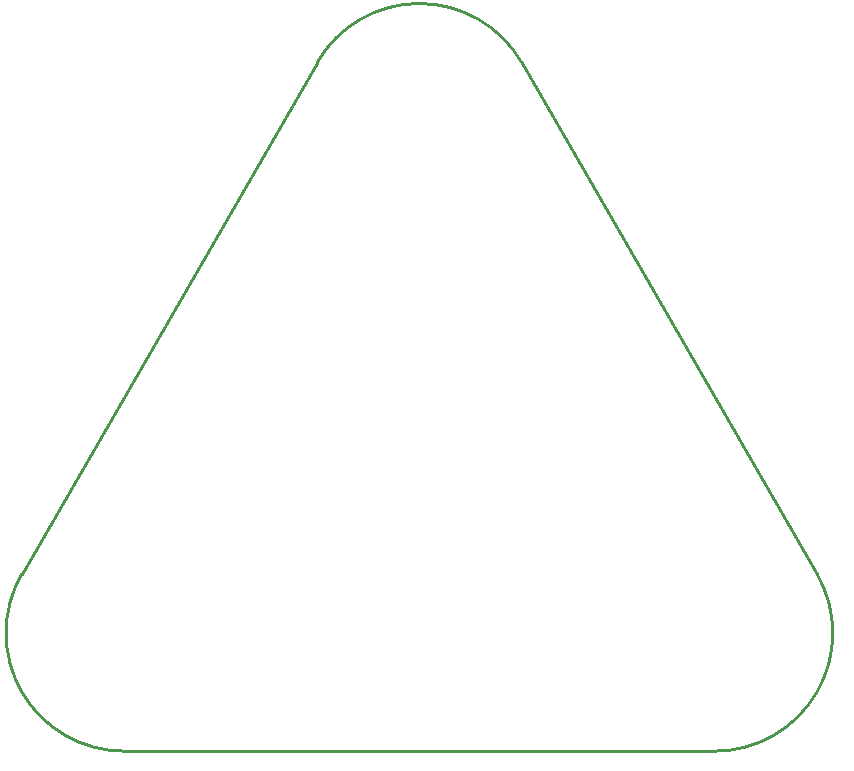
<source format=gko>
G04 Layer_Color=16711935*
%FSLAX44Y44*%
%MOMM*%
G71*
G01*
G75*
%ADD36C,0.2540*%
D36*
X57397Y162987D02*
G03*
X144000Y12987I86602J-50000D01*
G01*
X644000D02*
G03*
X730603Y162987I0J100000D01*
G01*
X480602Y596000D02*
G03*
X307397Y596000I-86602J-50000D01*
G01*
X144000Y12987D02*
X644000D01*
X57397Y162987D02*
X307397Y596000D01*
X480602D02*
X730603Y162987D01*
M02*

</source>
